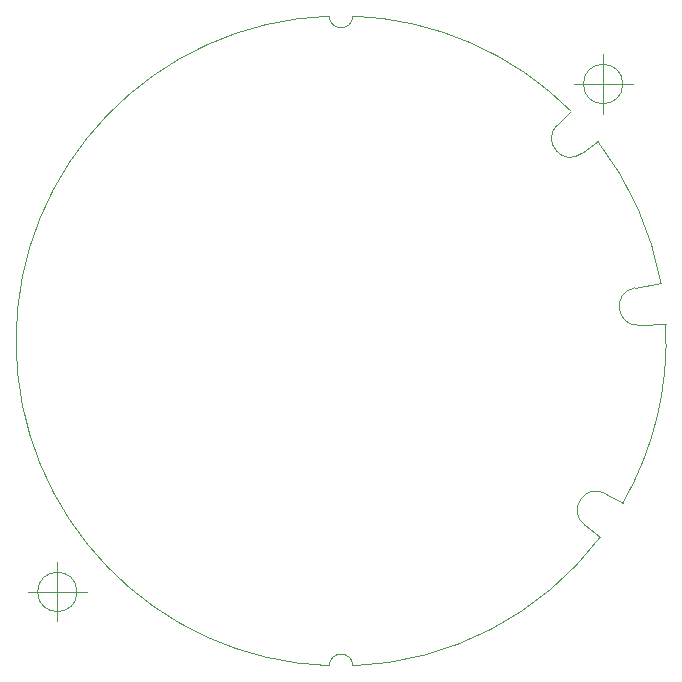
<source format=gbr>
%TF.GenerationSoftware,KiCad,Pcbnew,(6.0.0)*%
%TF.CreationDate,2022-06-18T18:04:24+02:00*%
%TF.ProjectId,boitarire,626f6974-6172-4697-9265-2e6b69636164,rev?*%
%TF.SameCoordinates,Original*%
%TF.FileFunction,Profile,NP*%
%FSLAX46Y46*%
G04 Gerber Fmt 4.6, Leading zero omitted, Abs format (unit mm)*
G04 Created by KiCad (PCBNEW (6.0.0)) date 2022-06-18 18:04:24*
%MOMM*%
%LPD*%
G01*
G04 APERTURE LIST*
%TA.AperFunction,Profile*%
%ADD10C,0.000310*%
%TD*%
%TA.AperFunction,Profile*%
%ADD11C,0.100000*%
%TD*%
G04 APERTURE END LIST*
D10*
X191102440Y-63852031D02*
G75*
G03*
X185732335Y-51838066I-27081528J-4897963D01*
G01*
X187854698Y-82510450D02*
G75*
G03*
X191504083Y-67309668I-23833791J13760448D01*
G01*
X165021494Y-96252705D02*
G75*
G03*
X163020306Y-96252702I-1000594J-18196D01*
G01*
X189254863Y-67427547D02*
X191504071Y-67309668D01*
X163020305Y-41247297D02*
G75*
G03*
X163020304Y-96252705I1000595J-27502704D01*
G01*
X187854699Y-82510451D02*
X186425114Y-81685124D01*
X163020307Y-41247301D02*
G75*
G03*
X165021494Y-41247296I1000593J18200D01*
G01*
X185975873Y-85344503D02*
X184659073Y-84349147D01*
X182313921Y-50457039D02*
G75*
G03*
X184430118Y-52852479I1132230J-1132230D01*
G01*
X185732388Y-51838058D02*
X184430099Y-52852429D01*
X188886018Y-64252871D02*
G75*
G03*
X189254800Y-67427545I284981J-1575652D01*
G01*
X183481115Y-49289786D02*
G75*
G03*
X165021496Y-41247297I-19460213J-19460211D01*
G01*
X182313892Y-50457009D02*
X183481078Y-49289823D01*
X188886083Y-64252876D02*
X191102466Y-63852012D01*
X165021495Y-96252705D02*
G75*
G03*
X185975907Y-85344506I-1000597J27502708D01*
G01*
X186425114Y-81685083D02*
G75*
G03*
X184658996Y-84349151I-800608J-1386694D01*
G01*
D11*
X141666666Y-90000000D02*
G75*
G03*
X141666666Y-90000000I-1666666J0D01*
G01*
X137500000Y-90000000D02*
X142500000Y-90000000D01*
X140000000Y-87500000D02*
X140000000Y-92500000D01*
X187866666Y-47000000D02*
G75*
G03*
X187866666Y-47000000I-1666666J0D01*
G01*
X183700000Y-47000000D02*
X188700000Y-47000000D01*
X186200000Y-44500000D02*
X186200000Y-49500000D01*
M02*

</source>
